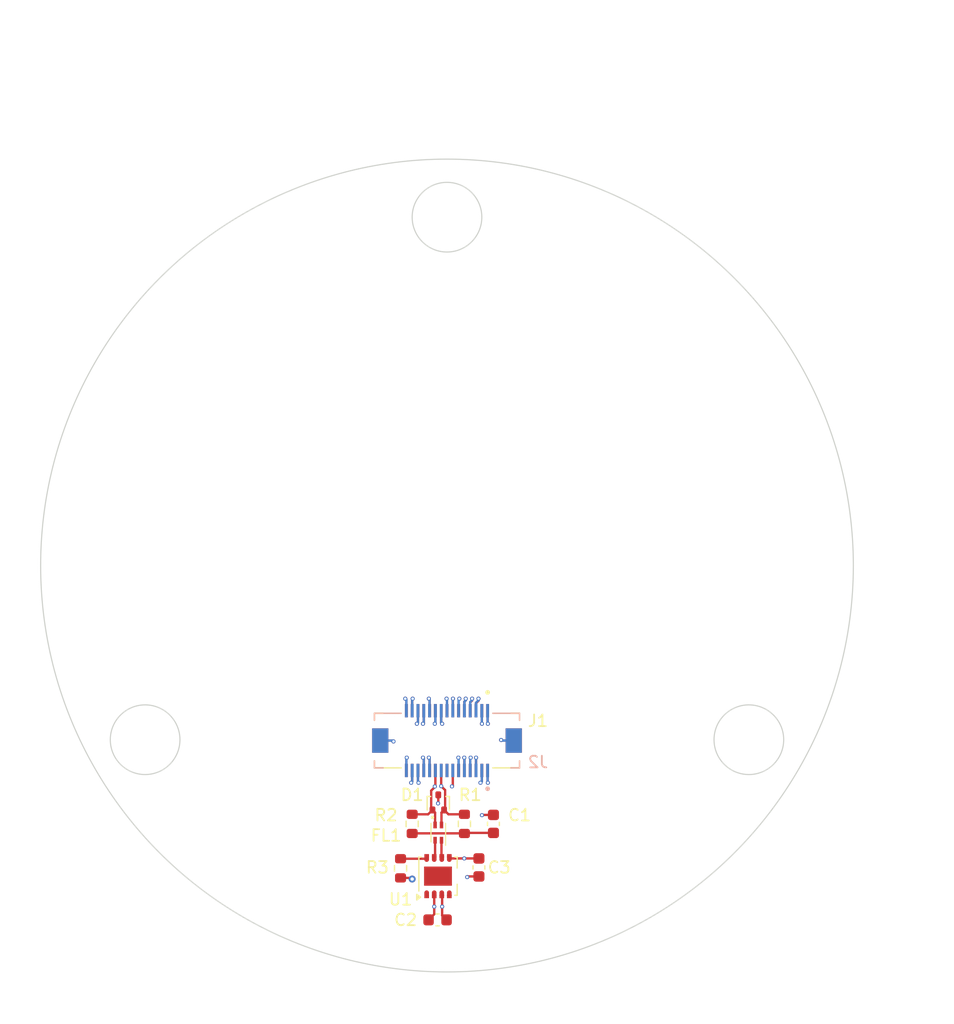
<source format=kicad_pcb>
(kicad_pcb (version 20240108) (generator "pcbnew") (generator_version "8.0")
  (title_block (title "Blaze PCB Template") (rev "v1") (company "UCSC Rocket Team"))
  (layers (0 "F.Cu" signal) (1 "In1.Cu" signal) (2 "In2.Cu" signal) (31 "B.Cu" signal) (34 "B.Paste" user) (35 "F.Paste" user) (36 "B.SilkS" user "B.Silkscreen") (37 "F.SilkS" user "F.Silkscreen") (38 "B.Mask" user) (39 "F.Mask" user) (44 "Edge.Cuts" user))
  (net 0 "")
  (net 1 "GND")
  (net 2 "+5V")
  (net 3 "+3V3")
  (net 4 "/CANL")
  (net 5 "/CANH")
  (net 6 "/ARM")
  (net 7 "/RX_RADIO")
  (net 8 "/TX_RADIO")
  (net 9 "/PPS")
  (net 10 "Net-(C1-Pad1)")
  (net 11 "Net-(U1-CANL)")
  (net 12 "Net-(U1-CANH)")
  (net 13 "Net-(J1-Pin_14)")
  (net 14 "Net-(J1-Pin_30)")
  (net 15 "Net-(J1-Pin_23)")
  (net 16 "Net-(J1-Pin_8)")
  (net 17 "Net-(J1-Pin_15)")
  (net 18 "Net-(J1-Pin_7)")
  (net 19 "Net-(J1-Pin_17)")
  (net 20 "Net-(J1-Pin_29)")
  (net 21 "Net-(J1-Pin_5)")
  (net 22 "Net-(J1-Pin_24)")
  (net 23 "Net-(J1-Pin_18)")
  (net 24 "/CAN_STB")
  (net 25 "/CANRX")
  (net 26 "/CANTX")
  (footprint "Package_TO_SOT_SMD:SOT-416" (layer "F.Cu") (at 147.75 125.9 90)
    (property "Reference" "D1" (at 0.65 -2.25 180) (layer "F.SilkS"))
    (property "Value" "ESDCAN03-2BM3Y")
    (fp_line (start 0.51 -0.96) (end -0.65 -0.96) (stroke (width 0.12)) (layer "F.SilkS"))
    (fp_line (start 0.51 -0.96) (end 0.51 -0.65) (stroke (width 0.12)) (layer "F.SilkS"))
    (fp_line (start 0.51 0.96) (end 0.51 0.65) (stroke (width 0.12)) (layer "F.SilkS"))
    (fp_line (start 0.51 0.96) (end -0.65 0.96) (stroke (width 0.12)) (layer "F.SilkS"))
    (fp_circle (center -1.3 -0.5) (end -1.15 -0.5) (fill solid) (layer "F.SilkS"))
    (pad "1" smd roundrect (at -0.65 -0.5 90) (size 0.6 0.5) (layers "F.Cu" "F.Paste" "F.Mask") (net 5 "/CANH"))
    (pad "2" smd roundrect (at -0.65 0.5 90) (size 0.6 0.5) (layers "F.Cu" "F.Paste" "F.Mask") (net 4 "/CANL"))
    (pad "3" smd roundrect (at 0.65 0 90) (size 0.6 0.5) (layers "F.Cu" "F.Paste" "F.Mask") (net 1 "GND"))
  )
  (footprint "Blaze_Library:HRS_DF17_1.0H_-30DP-0.5V_57_" (layer "F.Cu") (at 148.5 120.575 180)
    (property "Reference" "J1" (at -7.837 1.703 180) (layer "F.SilkS"))
    (property "Value" "FrontInterconnect")
    (fp_line (start 6.25 2.35) (end 6.25 1.75) (stroke (width 0.127)) (layer "F.SilkS"))
    (fp_line (start 6.25 -2.35) (end 6.25 -1.75) (stroke (width 0.127)) (layer "F.SilkS"))
    (fp_line (start 6.25 -2.35) (end 3.945 -2.35) (stroke (width 0.127)) (layer "F.SilkS"))
    (fp_line (start 5.5 2.35) (end 6.25 2.35) (stroke (width 0.127)) (layer "F.SilkS"))
    (fp_line (start -3.945 -2.35) (end -6.25 -2.35) (stroke (width 0.127)) (layer "F.SilkS"))
    (fp_line (start -6.25 2.35) (end -5.5 2.35) (stroke (width 0.127)) (layer "F.SilkS"))
    (fp_line (start -6.25 2.35) (end -6.25 1.75) (stroke (width 0.127)) (layer "F.SilkS"))
    (fp_line (start -6.25 -2.35) (end -6.25 -1.75) (stroke (width 0.127)) (layer "F.SilkS"))
    (fp_circle (center -3.5 4.15) (end -3.4 4.15) (stroke (width 0.2)) (fill none) (layer "F.SilkS"))
    (pad "" np_thru_hole circle (at -4.75 1.9 180) (size 0.65 0.65) (drill 0.65) (layers "*.Cu" "*.Mask"))
    (pad "" np_thru_hole circle (at 4.75 1.9 180) (size 0.65 0.65) (drill 0.65) (layers "*.Cu" "*.Mask"))
    (pad "1" smd rect (at -3.5 2.575 180) (size 0.25 1.15) (layers "F.Cu" "F.Paste" "F.Mask") (net 1 "GND"))
    (pad "2" smd rect (at -3 2.575 180) (size 0.25 1.15) (layers "F.Cu" "F.Paste" "F.Mask") (net 1 "GND"))
    (pad "3" smd rect (at -2.5 2.575 180) (size 0.25 1.15) (layers "F.Cu" "F.Paste" "F.Mask") (net 8 "/TX_RADIO"))
    (pad "4" smd rect (at -2 2.575 180) (size 0.25 1.15) (layers "F.Cu" "F.Paste" "F.Mask") (net 7 "/RX_RADIO"))
    (pad "5" smd rect (at -1.5 2.575 180) (size 0.25 1.15) (layers "F.Cu" "F.Paste" "F.Mask") (net 21 "Net-(J1-Pin_5)"))
    (pad "6" smd rect (at -1 2.575 180) (size 0.25 1.15) (layers "F.Cu" "F.Paste" "F.Mask") (net 6 "/ARM"))
    (pad "7" smd rect (at -0.5 2.575 180) (size 0.25 1.15) (layers "F.Cu" "F.Paste" "F.Mask") (net 18 "Net-(J1-Pin_7)"))
    (pad "8" smd rect (at 0 2.575 180) (size 0.25 1.15) (layers "F.Cu" "F.Paste" "F.Mask") (net 16 "Net-(J1-Pin_8)"))
    (pad "9" smd rect (at 0.5 2.575 180) (size 0.25 1.15) (layers "F.Cu" "F.Paste" "F.Mask") (net 2 "+5V"))
    (pad "10" smd rect (at 1 2.575 180) (size 0.25 1.15) (layers "F.Cu" "F.Paste" "F.Mask") (net 3 "+3V3"))
    (pad "11" smd rect (at 1.5 2.575 180) (size 0.25 1.15) (layers "F.Cu" "F.Paste" "F.Mask") (net 9 "/PPS"))
    (pad "12" smd rect (at 2 2.575 180) (size 0.25 1.15) (layers "F.Cu" "F.Paste" "F.Mask") (net 1 "GND"))
    (pad "13" smd rect (at 2.5 2.575 180) (size 0.25 1.15) (layers "F.Cu" "F.Paste" "F.Mask") (net 1 "GND"))
    (pad "14" smd rect (at 3 2.575 180) (size 0.25 1.15) (layers "F.Cu" "F.Paste" "F.Mask") (net 13 "Net-(J1-Pin_14)"))
    (pad "15" smd rect (at 3.5 2.575 180) (size 0.25 1.15) (layers "F.Cu" "F.Paste" "F.Mask") (net 17 "Net-(J1-Pin_15)"))
    (pad "16" smd rect (at 3.5 -2.575 180) (size 0.25 1.15) (layers "F.Cu" "F.Paste" "F.Mask") (net 3 "+3V3"))
    (pad "17" smd rect (at 3 -2.575 180) (size 0.25 1.15) (layers "F.Cu" "F.Paste" "F.Mask") (net 19 "Net-(J1-Pin_17)"))
    (pad "18" smd rect (at 2.5 -2.575 180) (size 0.25 1.15) (layers "F.Cu" "F.Paste" "F.Mask") (net 23 "Net-(J1-Pin_18)"))
    (pad "19" smd rect (at 2 -2.575 180) (size 0.25 1.15) (layers "F.Cu" "F.Paste" "F.Mask") (net 1 "GND"))
    (pad "20" smd rect (at 1.5 -2.575 180) (size 0.25 1.15) (layers "F.Cu" "F.Paste" "F.Mask") (net 1 "GND"))
    (pad "21" smd rect (at 1 -2.575 180) (size 0.25 1.15) (layers "F.Cu" "F.Paste" "F.Mask") (net 5 "/CANH"))
    (pad "22" smd rect (at 0.5 -2.575 180) (size 0.25 1.15) (layers "F.Cu" "F.Paste" "F.Mask") (net 4 "/CANL"))
    (pad "23" smd rect (at 0 -2.575 180) (size 0.25 1.15) (layers "F.Cu" "F.Paste" "F.Mask") (net 15 "Net-(J1-Pin_23)"))
    (pad "24" smd rect (at -0.5 -2.575 180) (size 0.25 1.15) (layers "F.Cu" "F.Paste" "F.Mask") (net 22 "Net-(J1-Pin_24)"))
    (pad "25" smd rect (at -1 -2.575 180) (size 0.25 1.15) (layers "F.Cu" "F.Paste" "F.Mask") (net 2 "+5V"))
    (pad "26" smd rect (at -1.5 -2.575 180) (size 0.25 1.15) (layers "F.Cu" "F.Paste" "F.Mask") (net 2 "+5V"))
    (pad "27" smd rect (at -2 -2.575 180) (size 0.25 1.15) (layers "F.Cu" "F.Paste" "F.Mask") (net 3 "+3V3"))
    (pad "28" smd rect (at -2.5 -2.575 180) (size 0.25 1.15) (layers "F.Cu" "F.Paste" "F.Mask") (net 3 "+3V3"))
    (pad "29" smd rect (at -3 -2.575 180) (size 0.25 1.15) (layers "F.Cu" "F.Paste" "F.Mask") (net 20 "Net-(J1-Pin_29)"))
    (pad "30" smd rect (at -3.5 -2.575 180) (size 0.25 1.15) (layers "F.Cu" "F.Paste" "F.Mask") (net 14 "Net-(J1-Pin_30)"))
    (pad "S1" smd rect (at -5.75 0 180) (size 1.4 2.1) (layers "F.Cu" "F.Paste" "F.Mask") (net 1 "GND"))
    (pad "S2" smd rect (at 5.75 0 180) (size 1.4 2.1) (layers "F.Cu" "F.Paste" "F.Mask") (net 1 "GND"))
  )
  (footprint "Resistor_SMD:R_0603_1608Metric" (layer "F.Cu") (at 145.5 127.75 -90)
    (property "Reference" "R2" (at -0.75 2.25 180) (layer "F.SilkS"))
    (property "Value" "60")
    (fp_line (start -0.237258 0.5225) (end 0.237258 0.5225) (stroke (width 0.12)) (layer "F.SilkS"))
    (fp_line (start -0.237258 -0.5225) (end 0.237258 -0.5225) (stroke (width 0.12)) (layer "F.SilkS"))
    (pad "1" smd roundrect (at -0.825 0 270) (size 0.8 0.95) (layers "F.Cu" "F.Paste" "F.Mask") (net 5 "/CANH"))
    (pad "2" smd roundrect (at 0.825 0 270) (size 0.8 0.95) (layers "F.Cu" "F.Paste" "F.Mask") (net 10 "Net-(C1-Pad1)"))
  )
  (footprint "Resistor_SMD:R_0603_1608Metric" (layer "F.Cu") (at 144.5 131.575 -90)
    (property "Reference" "R3" (at -0.075 2 180) (layer "F.SilkS"))
    (property "Value" "10K")
    (fp_line (start -0.237258 0.5225) (end 0.237258 0.5225) (stroke (width 0.12)) (layer "F.SilkS"))
    (fp_line (start -0.237258 -0.5225) (end 0.237258 -0.5225) (stroke (width 0.12)) (layer "F.SilkS"))
    (pad "1" smd roundrect (at -0.825 0 270) (size 0.8 0.95) (layers "F.Cu" "F.Paste" "F.Mask") (net 24 "/CAN_STB"))
    (pad "2" smd roundrect (at 0.825 0 270) (size 0.8 0.95) (layers "F.Cu" "F.Paste" "F.Mask") (net 3 "+3V3"))
  )
  (footprint "Package_SON:Texas_S-PVSON-N8" (layer "F.Cu") (at 147.725 132.25 90)
    (property "Reference" "U1" (at -2 -3.225 180) (layer "F.SilkS"))
    (property "Value" "TCAN1044VDDFR")
    (fp_line (start 1.65 -1.65) (end -1.285 -1.65) (stroke (width 0.12)) (layer "F.SilkS"))
    (fp_line (start 1.65 -1.45) (end 1.65 -1.65) (stroke (width 0.12)) (layer "F.SilkS"))
    (fp_line (start 1.65 1.45) (end 1.65 1.65) (stroke (width 0.12)) (layer "F.SilkS"))
    (fp_line (start 0.7 1.65) (end 1.65 1.65) (stroke (width 0.12)) (layer "F.SilkS"))
    (fp_line (start -1.65 1.65) (end -1.65 1.45) (stroke (width 0.12)) (layer "F.SilkS"))
    (fp_line (start -1.65 1.65) (end -0.7 1.65) (stroke (width 0.12)) (layer "F.SilkS"))
    (fp_poly (pts (xy -1.81 -1.5) (xy -2.05 -1.83) (xy -1.57 -1.83) (xy -1.81 -1.5)) (stroke (width 0.12)) (fill solid) (layer "F.SilkS"))
    (pad "1" smd rect (at -1.75 -0.975 90) (size 0.3 0.4) (layers "F.Cu" "F.Paste" "F.Mask") (net 26 "/CANTX"))
    (pad "1" smd oval (at -1.55 -0.975 90) (size 0.65 0.4) (layers "F.Cu" "F.Paste" "F.Mask") (net 26 "/CANTX"))
    (pad "2" smd rect (at -1.75 -0.325 90) (size 0.3 0.4) (layers "F.Cu" "F.Paste" "F.Mask") (net 1 "GND"))
    (pad "2" smd oval (at -1.55 -0.325 90) (size 0.65 0.4) (layers "F.Cu" "F.Paste" "F.Mask") (net 1 "GND"))
    (pad "3" smd rect (at -1.75 0.325 90) (size 0.3 0.4) (layers "F.Cu" "F.Paste" "F.Mask") (net 2 "+5V"))
    (pad "3" smd oval (at -1.55 0.325 90) (size 0.65 0.4) (layers "F.Cu" "F.Paste" "F.Mask") (net 2 "+5V"))
    (pad "4" smd rect (at -1.75 0.975 90) (size 0.3 0.4) (layers "F.Cu" "F.Paste" "F.Mask") (net 25 "/CANRX"))
    (pad "4" smd oval (at -1.55 0.975 90) (size 0.65 0.4) (layers "F.Cu" "F.Paste" "F.Mask") (net 25 "/CANRX"))
    (pad "5" smd oval (at 1.55 0.975 90) (size 0.65 0.4) (layers "F.Cu" "F.Paste" "F.Mask") (net 3 "+3V3"))
    (pad "5" smd rect (at 1.75 0.975 90) (size 0.3 0.4) (layers "F.Cu" "F.Paste" "F.Mask") (net 3 "+3V3"))
    (pad "6" smd oval (at 1.55 0.325 90) (size 0.65 0.4) (layers "F.Cu" "F.Paste" "F.Mask") (net 11 "Net-(U1-CANL)"))
    (pad "6" smd rect (at 1.75 0.325 90) (size 0.3 0.4) (layers "F.Cu" "F.Paste" "F.Mask") (net 11 "Net-(U1-CANL)"))
    (pad "7" smd oval (at 1.55 -0.325 90) (size 0.65 0.4) (layers "F.Cu" "F.Paste" "F.Mask") (net 12 "Net-(U1-CANH)"))
    (pad "7" smd rect (at 1.75 -0.325 90) (size 0.3 0.4) (layers "F.Cu" "F.Paste" "F.Mask") (net 12 "Net-(U1-CANH)"))
    (pad "8" smd oval (at 1.55 -0.975 90) (size 0.65 0.4) (layers "F.Cu" "F.Paste" "F.Mask") (net 24 "/CAN_STB"))
    (pad "8" smd rect (at 1.75 -0.975 90) (size 0.3 0.4) (layers "F.Cu" "F.Paste" "F.Mask") (net 24 "/CAN_STB"))
    (pad "9" smd rect (at -0.45 -0.625 90) (size 0.65 1) (layers "F.Cu" "F.Paste" "F.Mask"))
    (pad "9" smd rect (at -0.45 0.625 90) (size 0.65 1) (layers "F.Cu" "F.Paste" "F.Mask"))
    (pad "9" smd rect (at 0 0 90) (size 1.65 2.4) (layers "F.Cu" "F.Mask"))
    (pad "9" smd rect (at 0.45 -0.625 90) (size 0.65 1) (layers "F.Cu" "F.Paste" "F.Mask"))
    (pad "9" smd rect (at 0.45 0.625 90) (size 0.65 1) (layers "F.Cu" "F.Paste" "F.Mask"))
  )
  (footprint "Capacitor_SMD:C_0603_1608Metric" (layer "F.Cu") (at 147.688 136.017 180)
    (property "Reference" "C2" (at 2.75 0 0) (layer "F.SilkS"))
    (property "Value" "0.1uF")
    (fp_line (start -0.14058 0.51) (end 0.14058 0.51) (stroke (width 0.12)) (layer "F.SilkS"))
    (fp_line (start -0.14058 -0.51) (end 0.14058 -0.51) (stroke (width 0.12)) (layer "F.SilkS"))
    (pad "1" smd roundrect (at -0.775 0 180) (size 0.9 0.95) (layers "F.Cu" "F.Paste" "F.Mask") (net 2 "+5V"))
    (pad "2" smd roundrect (at 0.775 0 180) (size 0.9 0.95) (layers "F.Cu" "F.Paste" "F.Mask") (net 1 "GND"))
  )
  (footprint "Resistor_SMD:R_0603_1608Metric" (layer "F.Cu") (at 150 127.75 -90)
    (property "Reference" "R1" (at -2.5 -0.5 180) (layer "F.SilkS"))
    (property "Value" "60")
    (fp_line (start -0.237258 0.5225) (end 0.237258 0.5225) (stroke (width 0.12)) (layer "F.SilkS"))
    (fp_line (start -0.237258 -0.5225) (end 0.237258 -0.5225) (stroke (width 0.12)) (layer "F.SilkS"))
    (pad "1" smd roundrect (at -0.825 0 270) (size 0.8 0.95) (layers "F.Cu" "F.Paste" "F.Mask") (net 4 "/CANL"))
    (pad "2" smd roundrect (at 0.825 0 270) (size 0.8 0.95) (layers "F.Cu" "F.Paste" "F.Mask") (net 10 "Net-(C1-Pad1)"))
  )
  (footprint "Capacitor_SMD:C_0603_1608Metric" (layer "F.Cu") (at 152.5 127.75 90)
    (property "Reference" "C1" (at 0.75 2.25 180) (layer "F.SilkS"))
    (property "Value" "4.7nF")
    (fp_line (start -0.14058 -0.51) (end 0.14058 -0.51) (stroke (width 0.12)) (layer "F.SilkS"))
    (fp_line (start -0.14058 0.51) (end 0.14058 0.51) (stroke (width 0.12)) (layer "F.SilkS"))
    (pad "1" smd roundrect (at -0.775 0 90) (size 0.9 0.95) (layers "F.Cu" "F.Paste" "F.Mask") (net 10 "Net-(C1-Pad1)"))
    (pad "2" smd roundrect (at 0.775 0 90) (size 0.9 0.95) (layers "F.Cu" "F.Paste" "F.Mask") (net 1 "GND"))
  )
  (footprint "Capacitor_SMD:C_0603_1608Metric" (layer "F.Cu") (at 151.25 131.5 -90)
    (property "Reference" "C3" (at 0 -1.75 180) (layer "F.SilkS"))
    (property "Value" "0.1uF")
    (fp_line (start -0.14058 0.51) (end 0.14058 0.51) (stroke (width 0.12)) (layer "F.SilkS"))
    (fp_line (start -0.14058 -0.51) (end 0.14058 -0.51) (stroke (width 0.12)) (layer "F.SilkS"))
    (pad "1" smd roundrect (at -0.775 0 270) (size 0.9 0.95) (layers "F.Cu" "F.Paste" "F.Mask") (net 3 "+3V3"))
    (pad "2" smd roundrect (at 0.775 0 270) (size 0.9 0.95) (layers "F.Cu" "F.Paste" "F.Mask") (net 1 "GND"))
  )
  (footprint "Inductor_SMD:L_CommonModeChoke_Coilcraft_0603USB" (layer "F.Cu") (at 147.75 128.5 180)
    (property "Reference" "FL1" (at 4.5 -0.25 0) (layer "F.SilkS"))
    (property "Value" "Choke")
    (fp_line (start 0.63 0.8) (end 0.63 -0.8) (stroke (width 0.1)) (layer "F.SilkS"))
    (fp_line (start -0.63 -1.1) (end -0.63 0.8) (stroke (width 0.1)) (layer "F.SilkS"))
    (pad "1" smd roundrect (at -0.275 -0.655 180) (size 0.3 0.58) (layers "F.Cu" "F.Paste" "F.Mask") (roundrect_rratio 0.05) (net 11 "Net-(U1-CANL)"))
    (pad "2" smd roundrect (at -0.275 0.655 180) (size 0.3 0.58) (layers "F.Cu" "F.Paste" "F.Mask") (roundrect_rratio 0.05) (net 4 "/CANL"))
    (pad "3" smd roundrect (at 0.275 0.655 180) (size 0.3 0.58) (layers "F.Cu" "F.Paste" "F.Mask") (roundrect_rratio 0.05) (net 5 "/CANH"))
    (pad "4" smd roundrect (at 0.275 -0.655 180) (size 0.3 0.58) (layers "F.Cu" "F.Paste" "F.Mask") (roundrect_rratio 0.05) (net 12 "Net-(U1-CANH)"))
  )
  (footprint "Blaze_Library:HRS_DF17_1.0H_-30DP-0.5V_57_" (layer "B.Cu") (at 148.5 120.575 180)
    (property "Reference" "J2" (at -7.837 -1.853 0) (layer "B.SilkS") (effects (justify mirror)))
    (property "Value" "RearInterconnect")
    (fp_line (start 6.25 1.75) (end 6.25 2.35) (stroke (width 0.127)) (layer "B.SilkS"))
    (fp_line (start 6.25 -1.75) (end 6.25 -2.35) (stroke (width 0.127)) (layer "B.SilkS"))
    (fp_line (start 6.25 -2.35) (end 5.5 -2.35) (stroke (width 0.127)) (layer "B.SilkS"))
    (fp_line (start 3.945 2.35) (end 6.25 2.35) (stroke (width 0.127)) (layer "B.SilkS"))
    (fp_line (start -5.5 -2.35) (end -6.25 -2.35) (stroke (width 0.127)) (layer "B.SilkS"))
    (fp_line (start -6.25 2.35) (end -3.945 2.35) (stroke (width 0.127)) (layer "B.SilkS"))
    (fp_line (start -6.25 1.75) (end -6.25 2.35) (stroke (width 0.127)) (layer "B.SilkS"))
    (fp_line (start -6.25 -1.75) (end -6.25 -2.35) (stroke (width 0.127)) (layer "B.SilkS"))
    (fp_circle (center -3.5 -4.15) (end -3.4 -4.15) (stroke (width 0.2)) (fill none) (layer "B.SilkS"))
    (pad "" np_thru_hole circle (at -4.75 -1.9 180) (size 0.65 0.65) (drill 0.65) (layers "*.Cu" "*.Mask"))
    (pad "" np_thru_hole circle (at 4.75 -1.9 180) (size 0.65 0.65) (drill 0.65) (layers "*.Cu" "*.Mask"))
    (pad "1" smd rect (at -3.5 -2.575 180) (size 0.25 1.15) (layers "B.Cu" "B.Paste" "B.Mask") (net 14 "Net-(J1-Pin_30)"))
    (pad "2" smd rect (at -3 -2.575 180) (size 0.25 1.15) (layers "B.Cu" "B.Paste" "B.Mask") (net 20 "Net-(J1-Pin_29)"))
    (pad "3" smd rect (at -2.5 -2.575 180) (size 0.25 1.15) (layers "B.Cu" "B.Paste" "B.Mask") (net 3 "+3V3"))
    (pad "4" smd rect (at -2 -2.575 180) (size 0.25 1.15) (layers "B.Cu" "B.Paste" "B.Mask") (net 3 "+3V3"))
    (pad "5" smd rect (at -1.5 -2.575 180) (size 0.25 1.15) (layers "B.Cu" "B.Paste" "B.Mask") (net 2 "+5V"))
    (pad "6" smd rect (at -1 -2.575 180) (size 0.25 1.15) (layers "B.Cu" "B.Paste" "B.Mask") (net 2 "+5V"))
    (pad "7" smd rect (at -0.5 -2.575 180) (size 0.25 1.15) (layers "B.Cu" "B.Paste" "B.Mask") (net 22 "Net-(J1-Pin_24)"))
    (pad "8" smd rect (at 0 -2.575 180) (size 0.25 1.15) (layers "B.Cu" "B.Paste" "B.Mask") (net 15 "Net-(J1-Pin_23)"))
    (pad "9" smd rect (at 0.5 -2.575 180) (size 0.25 1.15) (layers "B.Cu" "B.Paste" "B.Mask") (net 4 "/CANL"))
    (pad "10" smd rect (at 1 -2.575 180) (size 0.25 1.15) (layers "B.Cu" "B.Paste" "B.Mask") (net 5 "/CANH"))
    (pad "11" smd rect (at 1.5 -2.575 180) (size 0.25 1.15) (layers "B.Cu" "B.Paste" "B.Mask") (net 1 "GND"))
    (pad "12" smd rect (at 2 -2.575 180) (size 0.25 1.15) (layers "B.Cu" "B.Paste" "B.Mask") (net 1 "GND"))
    (pad "13" smd rect (at 2.5 -2.575 180) (size 0.25 1.15) (layers "B.Cu" "B.Paste" "B.Mask") (net 23 "Net-(J1-Pin_18)"))
    (pad "14" smd rect (at 3 -2.575 180) (size 0.25 1.15) (layers "B.Cu" "B.Paste" "B.Mask") (net 19 "Net-(J1-Pin_17)"))
    (pad "15" smd rect (at 3.5 -2.575 180) (size 0.25 1.15) (layers "B.Cu" "B.Paste" "B.Mask") (net 3 "+3V3"))
    (pad "16" smd rect (at 3.5 2.575 180) (size 0.25 1.15) (layers "B.Cu" "B.Paste" "B.Mask") (net 17 "Net-(J1-Pin_15)"))
    (pad "17" smd rect (at 3 2.575 180) (size 0.25 1.15) (layers "B.Cu" "B.Paste" "B.Mask") (net 13 "Net-(J1-Pin_14)"))
    (pad "18" smd rect (at 2.5 2.575 180) (size 0.25 1.15) (layers "B.Cu" "B.Paste" "B.Mask") (net 1 "GND"))
    (pad "19" smd rect (at 2 2.575 180) (size 0.25 1.15) (layers "B.Cu" "B.Paste" "B.Mask") (net 1 "GND"))
    (pad "20" smd rect (at 1.5 2.575 180) (size 0.25 1.15) (layers "B.Cu" "B.Paste" "B.Mask") (net 9 "/PPS"))
    (pad "21" smd rect (at 1 2.575 180) (size 0.25 1.15) (layers "B.Cu" "B.Paste" "B.Mask") (net 3 "+3V3"))
    (pad "22" smd rect (at 0.5 2.575 180) (size 0.25 1.15) (layers "B.Cu" "B.Paste" "B.Mask") (net 2 "+5V"))
    (pad "23" smd rect (at 0 2.575 180) (size 0.25 1.15) (layers "B.Cu" "B.Paste" "B.Mask") (net 16 "Net-(J1-Pin_8)"))
    (pad "24" smd rect (at -0.5 2.575 180) (size 0.25 1.15) (layers "B.Cu" "B.Paste" "B.Mask") (net 18 "Net-(J1-Pin_7)"))
    (pad "25" smd rect (at -1 2.575 180) (size 0.25 1.15) (layers "B.Cu" "B.Paste" "B.Mask") (net 6 "/ARM"))
    (pad "26" smd rect (at -1.5 2.575 180) (size 0.25 1.15) (layers "B.Cu" "B.Paste" "B.Mask") (net 21 "Net-(J1-Pin_5)"))
    (pad "27" smd rect (at -2 2.575 180) (size 0.25 1.15) (layers "B.Cu" "B.Paste" "B.Mask") (net 7 "/RX_RADIO"))
    (pad "28" smd rect (at -2.5 2.575 180) (size 0.25 1.15) (layers "B.Cu" "B.Paste" "B.Mask") (net 8 "/TX_RADIO"))
    (pad "29" smd rect (at -3 2.575 180) (size 0.25 1.15) (layers "B.Cu" "B.Paste" "B.Mask") (net 1 "GND"))
    (pad "30" smd rect (at -3.5 2.575 180) (size 0.25 1.15) (layers "B.Cu" "B.Paste" "B.Mask") (net 1 "GND"))
    (pad "S1" smd rect (at -5.75 0 180) (size 1.4 2.1) (layers "B.Cu" "B.Paste" "B.Mask") (net 1 "GND"))
    (pad "S2" smd rect (at 5.75 0 180) (size 1.4 2.1) (layers "B.Cu" "B.Paste" "B.Mask") (net 1 "GND"))
  )
  (gr_circle (center 148.5 105.5) (end 148.5 140.5) (stroke (width 0.1)) (fill none) (layer "Edge.Cuts"))
  (gr_circle (center 148.5 75.5) (end 151.5 75.5) (stroke (width 0.1)) (fill none) (layer "Edge.Cuts"))
  (gr_circle (center 174.5 120.5) (end 177.5 120.5) (stroke (width 0.1)) (fill none) (layer "Edge.Cuts"))
  (gr_circle (center 122.5 120.5) (end 125.5 120.5) (stroke (width 0.1)) (fill none) (layer "Edge.Cuts"))
  (segment (start 154.25 120.575) (end 153.214 120.575) (width 0.2) (layer "F.Cu") (net 1))
  (segment (start 152 118) (end 152 119.107) (width 0.2) (layer "F.Cu") (net 1))
  (segment (start 146.913 136.017) (end 147.4 135.53) (width 0.2) (layer "F.Cu") (net 1))
  (segment (start 152.5 126.975) (end 151.536 126.975) (width 0.2) (layer "F.Cu") (net 1))
  (segment (start 147 123.15) (end 147 122.108) (width 0.2) (layer "F.Cu") (net 1))
  (segment (start 151.5 119.115) (end 151.511 119.126) (width 0.2) (layer "F.Cu") (net 1))
  (segment (start 146.5 123.15) (end 146.5 122.116) (width 0.2) (layer "F.Cu") (net 1))
  (segment (start 146.5 118) (end 146.5 119.057) (width 0.2) (layer "F.Cu") (net 1))
  (segment (start 147.4 134) (end 147.4 134.874) (width 0.2) (layer "F.Cu") (net 1))
  (segment (start 146 119.031997) (end 146 118) (width 0.2) (layer "F.Cu") (net 1))
  (segment (start 146.5 119.057) (end 146.431 119.126) (width 0.2) (layer "F.Cu") (net 1))
  (segment (start 147.4 135.53) (end 147.4 134.874) (width 0.2) (layer "F.Cu") (net 1))
  (segment (start 147 122.108) (end 146.939 122.047) (width 0.2) (layer "F.Cu") (net 1))
  (segment (start 147.7264 125.984) (end 147.75 125.9604) (width 0.2) (layer "F.Cu") (net 1))
  (segment (start 142.75 120.575) (end 143.816 120.575) (width 0.2) (layer "F.Cu") (net 1))
  (segment (start 147.75 125.9604) (end 147.75 125.25) (width 0.2) (layer "F.Cu") (net 1))
  (segment (start 143.816 120.575) (end 143.891 120.65) (width 0.2) (layer "F.Cu") (net 1))
  (segment (start 146.5 122.116) (end 146.431 122.047) (width 0.2) (layer "F.Cu") (net 1))
  (segment (start 151.536 126.975) (end 151.511 127) (width 0.2) (layer "F.Cu") (net 1))
  (segment (start 150.3 132.275) (end 150.241 132.334) (width 0.2) (layer "F.Cu") (net 1))
  (segment (start 152 119.107) (end 152.019 119.126) (width 0.2) (layer "F.Cu") (net 1))
  (segment (start 151.25 132.275) (end 150.3 132.275) (width 0.2) (layer "F.Cu") (net 1))
  (segment (start 153.214 120.575) (end 153.162 120.523) (width 0.2) (layer "F.Cu") (net 1))
  (segment (start 145.905997 119.126) (end 146 119.031997) (width 0.2) (layer "F.Cu") (net 1))
  (segment (start 151.5 118) (end 151.5 119.115) (width 0.2) (layer "F.Cu") (net 1))
  (via (at 146.939 122.047) (size 0.35) (drill 0.2) (layers "F.Cu" "B.Cu") (net 1))
  (via (at 146.431 122.047) (size 0.35) (drill 0.2) (layers "F.Cu" "B.Cu") (net 1))
  (via (at 153.162 120.523) (size 0.35) (drill 0.2) (layers "F.Cu" "B.Cu") (net 1))
  (via (at 152.019 119.126) (size 0.35) (drill 0.2) (layers "F.Cu" "B.Cu") (net 1))
  (via (at 146.431 119.126) (size 0.35) (drill 0.2) (layers "F.Cu" "B.Cu") (net 1))
  (via (at 143.891 120.65) (size 0.35) (drill 0.2) (layers "F.Cu" "B.Cu") (net 1))
  (via (at 145.905997 119.126) (size 0.35) (drill 0.2) (layers "F.Cu" "B.Cu") (net 1))
  (via (at 147.7264 125.984) (size 0.35) (drill 0.2) (layers "F.Cu" "B.Cu") (net 1))
  (via (at 150.241 132.334) (size 0.35) (drill 0.2) (layers "F.Cu" "B.Cu") (net 1))
  (via (at 151.511 119.126) (size 0.35) (drill 0.2) (layers "F.Cu" "B.Cu") (net 1))
  (via (at 147.4 134.874) (size 0.35) (drill 0.2) (layers "F.Cu" "B.Cu") (net 1))
  (via (at 151.511 127) (size 0.35) (drill 0.2) (layers "F.Cu" "B.Cu") (net 1))
  (segment (start 151.5 119.115) (end 151.511 119.126) (width 0.2) (layer "B.Cu") (net 1))
  (segment (start 143.816 120.575) (end 143.891 120.65) (width 0.2) (layer "B.Cu") (net 1))
  (segment (start 147 123.15) (end 147 122.108) (width 0.2) (layer "B.Cu") (net 1))
  (segment (start 152 119.107) (end 152.019 119.126) (width 0.2) (layer "B.Cu") (net 1))
  (segment (start 146.5 122.116) (end 146.431 122.047) (width 0.2) (layer "B.Cu") (net 1))
  (segment (start 142.75 120.575) (end 143.816 120.575) (width 0.2) (layer "B.Cu") (net 1))
  (segment (start 146.5 119.057) (end 146.431 119.126) (width 0.2) (layer "B.Cu") (net 1))
  (segment (start 146.5 118) (end 146.5 119.057) (width 0.2) (layer "B.Cu") (net 1))
  (segment (start 153.214 120.575) (end 153.162 120.523) (width 0.2) (layer "B.Cu") (net 1))
  (segment (start 146 119.031997) (end 146 118) (width 0.2) (layer "B.Cu") (net 1))
  (segment (start 154.25 120.575) (end 153.214 120.575) (width 0.2) (layer "B.Cu") (net 1))
  (segment (start 146.5 123.15) (end 146.5 122.116) (width 0.2) (layer "B.Cu") (net 1))
  (segment (start 151.5 118) (end 151.5 119.115) (width 0.2) (layer "B.Cu") (net 1))
  (segment (start 147 122.108) (end 146.939 122.047) (width 0.2) (layer "B.Cu") (net 1))
  (segment (start 145.905997 119.126) (end 146 119.031997) (width 0.2) (layer "B.Cu") (net 1))
  (segment (start 152 118) (end 152 119.107) (width 0.2) (layer "B.Cu") (net 1))
  (segment (start 148.082 135.636) (end 148.463 136.017) (width 0.2) (layer "F.Cu") (net 2))
  (segment (start 148 119.044) (end 148 118) (width 0.2) (layer "F.Cu") (net 2))
  (segment (start 148.082 133.832) (end 148.05 133.8) (width 0.2) (layer "F.Cu") (net 2))
  (segment (start 148.082 134.874) (end 148.082 135.636) (width 0.2) (layer "F.Cu") (net 2))
  (segment (start 148.082 134.874) (end 148.082 133.832) (width 0.2) (layer "F.Cu") (net 2))
  (segment (start 150 122.06) (end 149.987 122.047) (width 0.2) (layer "F.Cu") (net 2))
  (segment (start 149.5 123.15) (end 149.5 122.068) (width 0.2) (layer "F.Cu") (net 2))
  (segment (start 149.5 122.068) (end 149.479 122.047) (width 0.2) (layer "F.Cu") (net 2))
  (segment (start 150 123.15) (end 150 122.06) (width 0.2) (layer "F.Cu") (net 2))
  (segment (start 148.082 119.126) (end 148 119.044) (width 0.2) (layer "F.Cu") (net 2))
  (via (at 149.479 122.047) (size 0.35) (drill 0.2) (layers "F.Cu" "B.Cu") (net 2))
  (via (at 148.082 134.874) (size 0.35) (drill 0.2) (layers "F.Cu" "B.Cu") (net 2))
  (via (at 148.082 119.126) (size 0.35) (drill 0.2) (layers "F.Cu" "B.Cu") (net 2))
  (via (at 149.987 122.047) (size 0.35) (drill 0.2) (layers "F.Cu" "B.Cu") (net 2))
  (segment (start 148 119.044) (end 148 118) (width 0.2) (layer "B.Cu") (net 2))
  (segment (start 150 122.06) (end 149.987 122.047) (width 0.2) (layer "B.Cu") (net 2))
  (segment (start 148.082 119.126) (end 148 119.044) (width 0.2) (layer "B.Cu") (net 2))
  (segment (start 150 123.15) (end 150 122.06) (width 0.2) (layer "B.Cu") (net 2))
  (segment (start 149.5 122.068) (end 149.479 122.047) (width 0.2) (layer "B.Cu") (net 2))
  (segment (start 149.5 123.15) (end 149.5 122.068) (width 0.2) (layer "B.Cu") (net 2))
  (segment (start 151 122.05) (end 151.003 122.047) (width 0.2) (layer "F.Cu") (net 3))
  (segment (start 145 122.081) (end 145.034 122.047) (width 0.2) (layer "F.Cu") (net 3))
  (segment (start 145.4 132.4) (end 145.5 132.5) (width 0.2) (layer "F.Cu") (net 3))
  (segment (start 144.5 132.4) (end 145.4 132.4) (width 0.2) (layer "F.Cu") (net 3))
  (segment (start 147.5 119.073) (end 147.447 119.126) (width 0.2) (layer "F.Cu") (net 3))
  (segment (start 150.5 122.084003) (end 150.537003 122.047) (width 0.2) (layer "F.Cu") (net 3))
  (segment (start 151 123.15) (end 151 122.05) (width 0.2) (layer "F.Cu") (net 3))
  (segment (start 151.25 130.725) (end 148.725 130.725) (width 0.2) (layer "F.Cu") (net 3))
  (segment (start 147.5 118) (end 147.5 119.073) (width 0.2) (layer "F.Cu") (net 3))
  (segment (start 150.5 123.15) (end 150.5 122.084003) (width 0.2) (layer "F.Cu") (net 3))
  (segment (start 148.725 130.725) (end 148.7 130.7) (width 0.2) (layer "F.Cu") (net 3))
  (segment (start 145 123.15) (end 145 122.081) (width 0.2) (layer "F.Cu") (net 3))
  (via (at 149.987 130.725) (size 0.35) (drill 0.2) (layers "F.Cu" "B.Cu") (net 3))
  (via (at 145.034 122.047) (size 0.35) (drill 0.2) (layers "F.Cu" "B.Cu") (net 3))
  (via (at 145.5 132.5) (size 0.6) (drill 0.3) (layers "F.Cu" "B.Cu") (net 3))
  (via (at 147.447 119.126) (size 0.35) (drill 0.2) (layers "F.Cu" "B.Cu") (net 3))
  (via (at 151.003 122.047) (size 0.35) (drill 0.2) (layers "F.Cu" "B.Cu") (net 3))
  (via (at 150.537003 122.047) (size 0.35) (drill 0.2) (layers "F.Cu" "B.Cu") (net 3))
  (segment (start 151 123.15) (end 151 122.05) (width 0.2) (layer "B.Cu") (net 3))
  (segment (start 151 122.05) (end 151.003 122.047) (width 0.2) (layer "B.Cu") (net 3))
  (segment (start 147.5 119.073) (end 147.447 119.126) (width 0.2) (layer "B.Cu") (net 3))
  (segment (start 150.5 122.084003) (end 150.537003 122.047) (width 0.2) (layer "B.Cu") (net 3))
  (segment (start 150.5 123.15) (end 150.5 122.084003) (width 0.2) (layer "B.Cu") (net 3))
  (segment (start 145 122.081) (end 145.034 122.047) (width 0.2) (layer "B.Cu") (net 3))
  (segment (start 145 123.15) (end 145 122.081) (width 0.2) (layer "B.Cu") (net 3))
  (segment (start 147.5 118) (end 147.5 119.073) (width 0.2) (layer "B.Cu") (net 3))
  (segment (start 148.339765 126.460235) (end 148.339765 124.839765) (width 0.2) (layer "F.Cu") (net 4))
  (segment (start 148.025 127.845) (end 148.025 126.775) (width 0.2) (layer "F.Cu") (net 4))
  (segment (start 148.625 126.925) (end 148.25 126.55) (width 0.2) (layer "F.Cu") (net 4))
  (segment (start 148.25 126.55) (end 148.339765 126.460235) (width 0.2) (layer "F.Cu") (net 4))
  (segment (start 150 126.925) (end 148.625 126.925) (width 0.2) (layer "F.Cu") (net 4))
  (segment (start 148 124.5) (end 148.021 124.521) (width 0.2) (layer "F.Cu") (net 4))
  (segment (start 148.339765 124.839765) (end 148 124.5) (width 0.2) (layer "F.Cu") (net 4))
  (segment (start 148.025 126.775) (end 148.25 126.55) (width 0.2) (layer "F.Cu") (net 4))
  (segment (start 148 124.5) (end 148 123.15) (width 0.2) (layer "F.Cu") (net 4))
  (via (at 148 124.5) (size 0.35) (drill 0.2) (layers "F.Cu" "B.Cu") (net 4))
  (segment (start 146.875 126.925) (end 147.25 126.55) (width 0.2) (layer "F.Cu") (net 5))
  (segment (start 147.475 126.775) (end 147.25 126.55) (width 0.2) (layer "F.Cu") (net 5))
  (segment (start 147.5 124.525) (end 147.5 123.15) (width 0.2) (layer "F.Cu") (net 5))
  (segment (start 147.45315 124.525) (end 147.450684 124.527466) (width 0.2) (layer "F.Cu") (net 5))
  (segment (start 147.139765 124.885235) (end 147.5 124.525) (width 0.2) (layer "F.Cu") (net 5))
  (segment (start 145.5 126.925) (end 146.875 126.925) (width 0.2) (layer "F.Cu") (net 5))
  (segment (start 147.139765 126.439765) (end 147.139765 124.885235) (width 0.2) (layer "F.Cu") (net 5))
  (segment (start 147.5 124.525) (end 147.45315 124.525) (width 0.2) (layer "F.Cu") (net 5))
  (segment (start 147.475 127.845) (end 147.475 126.775) (width 0.2) (layer "F.Cu") (net 5))
  (segment (start 147.25 126.55) (end 147.139765 126.439765) (width 0.2) (layer "F.Cu") (net 5))
  (via (at 147.450684 124.527466) (size 0.35) (drill 0.2) (layers "F.Cu" "B.Cu") (net 5))
  (segment (start 149.5 117.030006) (end 149.5 118) (width 0.2) (layer "F.Cu") (net 6))
  (segment (start 149.563006 116.967) (end 149.5 117.030006) (width 0.2) (layer "F.Cu") (net 6))
  (via (at 149.563006 116.967) (size 0.35) (drill 0.2) (layers "F.Cu" "B.Cu") (net 6))
  (segment (start 149.5 118) (end 149.5 117.030006) (width 0.2) (layer "B.Cu") (net 6))
  (segment (start 149.5 117.030006) (end 149.563006 116.967) (width 0.2) (layer "B.Cu") (net 6))
  (segment (start 150.663012 117.127674) (end 150.663012 116.967) (width 0.2) (layer "F.Cu") (net 7))
  (segment (start 150.5 117.290686) (end 150.663012 117.127674) (width 0.2) (layer "F.Cu") (net 7))
  (segment (start 150.5 118) (end 150.5 117.290686) (width 0.2) (layer "F.Cu") (net 7))
  (via (at 150.663012 116.967) (size 0.35) (drill 0.2) (layers "F.Cu" "B.Cu") (net 7))
  (segment (start 150.663012 117.088749) (end 150.663012 116.967) (width 0.2) (layer "B.Cu") (net 7))
  (segment (start 150.5 117.251761) (end 150.663012 117.088749) (width 0.2) (layer "B.Cu") (net 7))
  (segment (start 150.5 118) (end 150.5 117.251761) (width 0.2) (layer "B.Cu") (net 7))
  (segment (start 151 117.356372) (end 151.213015 117.143357) (width 0.2) (layer "F.Cu") (net 8))
  (segment (start 151 118) (end 151 117.356372) (width 0.2) (layer "F.Cu") (net 8))
  (segment (start 151.213015 117.143357) (end 151.213015 116.967) (width 0.2) (layer "F.Cu") (net 8))
  (via (at 151.213015 116.967) (size 0.35) (drill 0.2) (layers "F.Cu" "B.Cu") (net 8))
  (segment (start 151.213015 117.104432) (end 151.213015 116.967) (width 0.2) (layer "B.Cu") (net 8))
  (segment (start 151 117.317447) (end 151.213015 117.104432) (width 0.2) (layer "B.Cu") (net 8))
  (segment (start 151 118) (end 151 117.317447) (width 0.2) (layer "B.Cu") (net 8))
  (segment (start 147 117.028) (end 146.939 116.967) (width 0.2) (layer "F.Cu") (net 9))
  (segment (start 147 118) (end 147 117.028) (width 0.2) (layer "F.Cu") (net 9))
  (via (at 146.939 116.967) (size 0.35) (drill 0.2) (layers "F.Cu" "B.Cu") (net 9))
  (segment (start 147 118) (end 147 117.028) (width 0.2) (layer "B.Cu") (net 9))
  (segment (start 147 117.028) (end 146.939 116.967) (width 0.2) (layer "B.Cu") (net 9))
  (segment (start 150.05 128.525) (end 150 128.575) (width 0.2) (layer "F.Cu") (net 10))
  (segment (start 149.99 128.565) (end 150 128.575) (width 0.2) (layer "F.Cu") (net 10))
  (segment (start 145.51 128.565) (end 149.99 128.565) (width 0.2) (layer "F.Cu") (net 10))
  (segment (start 152.75 128.525) (end 150.05 128.525) (width 0.2) (layer "F.Cu") (net 10))
  (segment (start 145.5 128.575) (end 145.51 128.565) (width 0.2) (layer "F.Cu") (net 10))
  (segment (start 148.025 129.155) (end 148.025 130.675) (width 0.2) (layer "F.Cu") (net 11))
  (segment (start 148.025 130.675) (end 148.05 130.7) (width 0.2) (layer "F.Cu") (net 11))
  (segment (start 148.025 130.475) (end 148 130.5) (width 0.2) (layer "F.Cu") (net 11))
  (segment (start 147.475 129.155) (end 147.475 130.625) (width 0.2) (layer "F.Cu") (net 12))
  (segment (start 147.475 130.625) (end 147.4 130.7) (width 0.2) (layer "F.Cu") (net 12))
  (segment (start 145.5 118) (end 145.5 117.009) (width 0.2) (layer "F.Cu") (net 13))
  (segment (start 145.5 117.009) (end 145.542 116.967) (width 0.2) (layer "F.Cu") (net 13))
  (via (at 145.542 116.967) (size 0.35) (drill 0.2) (layers "F.Cu" "B.Cu") (net 13))
  (segment (start 145.5 117.009) (end 145.542 116.967) (width 0.2) (layer "B.Cu") (net 13))
  (segment (start 145.5 118) (end 145.5 117.009) (width 0.2) (layer "B.Cu") (net 13))
  (segment (start 152 124.187) (end 152.019 124.206) (width 0.2) (layer "F.Cu") (net 14))
  (segment (start 152 123.15) (end 152 124.187) (width 0.2) (layer "F.Cu") (net 14))
  (via (at 152.019 124.206) (size 0.35) (drill 0.2) (layers "F.Cu" "B.Cu") (net 14))
  (segment (start 152 124.187) (end 152.019 124.206) (width 0.2) (layer "B.Cu") (net 14))
  (segment (start 152 123.15) (end 152 124.187) (width 0.2) (layer "B.Cu") (net 14))
  (segment (start 148.5 117.004) (end 148.5 118) (width 0.2) (layer "F.Cu") (net 16))
  (segment (start 148.463 116.967) (end 148.5 117.004) (width 0.2) (layer "F.Cu") (net 16))
  (via (at 148.463 116.967) (size 0.35) (drill 0.2) (layers "F.Cu" "B.Cu") (net 16))
  (segment (start 148.5 117.004) (end 148.463 116.967) (width 0.2) (layer "B.Cu") (net 16))
  (segment (start 148.5 118) (end 148.5 117.004) (width 0.2) (layer "B.Cu") (net 16))
  (segment (start 145 118) (end 145 117.06) (width 0.2) (layer "F.Cu") (net 17))
  (segment (start 145 117.06) (end 144.907 116.967) (width 0.2) (layer "F.Cu") (net 17))
  (via (at 144.907 116.967) (size 0.35) (drill 0.2) (layers "F.Cu" "B.Cu") (net 17))
  (segment (start 145 118) (end 145 117.06) (width 0.2) (layer "B.Cu") (net 17))
  (segment (start 145 117.06) (end 144.907 116.967) (width 0.2) (layer "B.Cu") (net 17))
  (segment (start 149 116.980003) (end 149 118) (width 0.2) (layer "F.Cu") (net 18))
  (segment (start 149.013003 116.967) (end 149 116.980003) (width 0.2) (layer "F.Cu") (net 18))
  (via (at 149.013003 116.967) (size 0.35) (drill 0.2) (layers "F.Cu" "B.Cu") (net 18))
  (segment (start 149 116.980003) (end 149.013003 116.967) (width 0.2) (layer "B.Cu") (net 18))
  (segment (start 149 118) (end 149 116.980003) (width 0.2) (layer "B.Cu") (net 18))
  (segment (start 145.5 123.15) (end 145.5 124.121) (width 0.2) (layer "F.Cu") (net 19))
  (segment (start 145.5 124.121) (end 145.415 124.206) (width 0.2) (layer "F.Cu") (net 19))
  (via (at 145.415 124.206) (size 0.35) (drill 0.2) (layers "F.Cu" "B.Cu") (net 19))
  (segment (start 145.5 123.15) (end 145.5 124.121) (width 0.2) (layer "B.Cu") (net 19))
  (segment (start 145.5 124.121) (end 145.415 124.206) (width 0.2) (layer "B.Cu") (net 19))
  (segment (start 151.5 124.09) (end 151.384 124.206) (width 0.2) (layer "F.Cu") (net 20))
  (segment (start 151.5 123.15) (end 151.5 124.09) (width 0.2) (layer "F.Cu") (net 20))
  (via (at 151.384 124.206) (size 0.35) (drill 0.2) (layers "F.Cu" "B.Cu") (net 20))
  (segment (start 151.5 123.15) (end 151.5 124.09) (width 0.2) (layer "B.Cu") (net 20))
  (segment (start 151.5 124.09) (end 151.384 124.206) (width 0.2) (layer "B.Cu") (net 20))
  (segment (start 150 118) (end 150 117.225) (width 0.2) (layer "F.Cu") (net 21))
  (segment (start 150 117.225) (end 150.113009 117.111991) (width 0.2) (layer "F.Cu") (net 21))
  (segment (start 150.113009 117.111991) (end 150.113009 116.967) (width 0.2) (layer "F.Cu") (net 21))
  (via (at 150.113009 116.967) (size 0.35) (drill 0.2) (layers "F.Cu" "B.Cu") (net 21))
  (segment (start 150 118) (end 150 117.225) (width 0.2) (layer "B.Cu") (net 21))
  (segment (start 150.113009 117.111991) (end 150.113009 116.967) (width 0.2) (layer "B.Cu") (net 21))
  (segment (start 150 117.225) (end 150.113009 117.111991) (width 0.2) (layer "B.Cu") (net 21))
  (segment (start 148.926403 124.520226) (end 149 124.446629) (width 0.2) (layer "F.Cu") (net 22))
  (segment (start 149 124.446629) (end 149 123.15) (width 0.2) (layer "F.Cu") (net 22))
  (via (at 148.926403 124.520226) (size 0.35) (drill 0.2) (layers "F.Cu" "B.Cu") (net 22))
  (segment (start 146 123.15) (end 146 124.156) (width 0.2) (layer "F.Cu") (net 23))
  (segment (start 146 124.156) (end 146.05 124.206) (width 0.2) (layer "F.Cu") (net 23))
  (via (at 146.05 124.206) (size 0.35) (drill 0.2) (layers "F.Cu" "B.Cu") (net 23))
  (segment (start 146 123.15) (end 146 124.156) (width 0.2) (layer "B.Cu") (net 23))
  (segment (start 146 124.156) (end 146.05 124.206) (width 0.2) (layer "B.Cu") (net 23))
  (segment (start 146.7 130.75) (end 146.75 130.7) (width 0.2) (layer "F.Cu") (net 24))
  (segment (start 144.5 130.75) (end 146.7 130.75) (width 0.2) (layer "F.Cu") (net 24))
)
</source>
